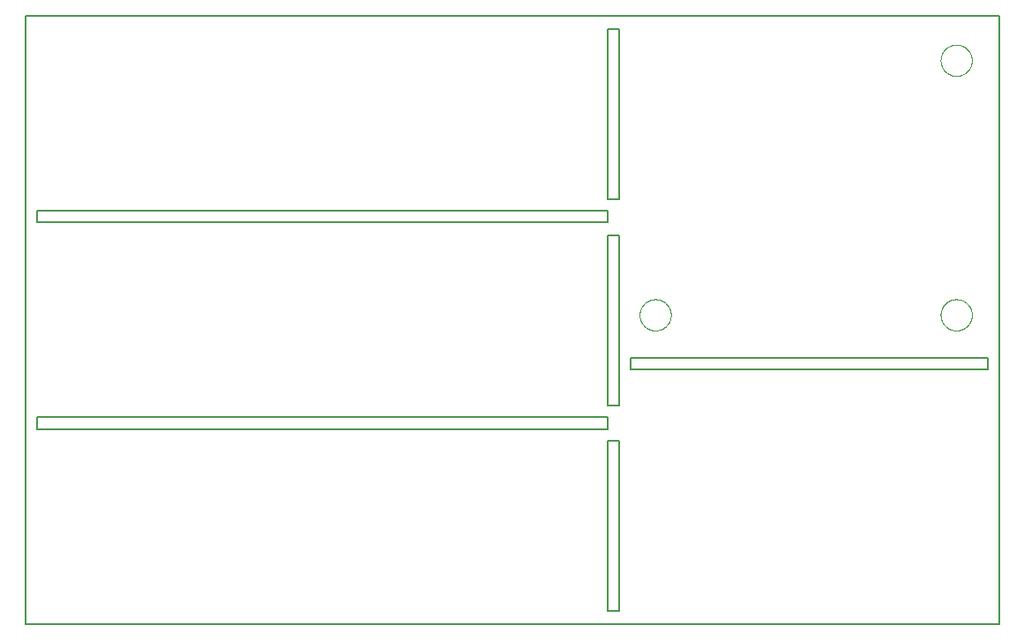
<source format=gko>
G04 EAGLE Gerber X2 export*
%TF.Part,Single*%
%TF.FileFunction,Other,Edge cut outline*%
%TF.FilePolarity,Positive*%
%TF.GenerationSoftware,Autodesk,EAGLE,8.6.0*%
%TF.CreationDate,2019-03-18T10:45:52Z*%
G75*
%MOMM*%
%FSLAX34Y34*%
%LPD*%
%AMOC8*
5,1,8,0,0,1.08239X$1,22.5*%
G01*
%ADD10C,0.152400*%
%ADD11C,0.000000*%


D10*
X0Y415925D02*
X934838Y415925D01*
X934838Y1000000D01*
X0Y1000000D01*
X0Y415925D01*
X11113Y812800D02*
X558800Y812800D01*
X558800Y801688D01*
X11113Y801688D01*
X11113Y812800D01*
X11113Y614363D02*
X11113Y603250D01*
X558800Y603250D01*
X558800Y614363D01*
X11113Y614363D01*
X558800Y987425D02*
X569913Y987425D01*
X569913Y823913D02*
X558800Y823913D01*
X558800Y987425D01*
X569913Y987425D02*
X569913Y823913D01*
X569913Y788988D02*
X558800Y788988D01*
X558800Y625475D02*
X569913Y625475D01*
X558800Y625475D02*
X558800Y788988D01*
X569913Y788988D02*
X569913Y625475D01*
X569913Y592138D02*
X558800Y592138D01*
X558800Y428625D02*
X569913Y428625D01*
X558800Y428625D02*
X558800Y592138D01*
X569913Y592138D02*
X569913Y428625D01*
X581025Y660400D02*
X581025Y671513D01*
X923925Y671513D01*
X923925Y660400D01*
X581025Y660400D01*
D11*
X878763Y712788D02*
X878768Y713156D01*
X878781Y713524D01*
X878804Y713891D01*
X878835Y714258D01*
X878876Y714624D01*
X878925Y714989D01*
X878984Y715352D01*
X879051Y715714D01*
X879127Y716075D01*
X879213Y716433D01*
X879306Y716789D01*
X879409Y717142D01*
X879520Y717493D01*
X879640Y717841D01*
X879768Y718186D01*
X879905Y718528D01*
X880050Y718867D01*
X880203Y719201D01*
X880365Y719532D01*
X880534Y719859D01*
X880712Y720181D01*
X880897Y720500D01*
X881090Y720813D01*
X881291Y721122D01*
X881499Y721425D01*
X881715Y721723D01*
X881938Y722016D01*
X882168Y722304D01*
X882405Y722586D01*
X882649Y722861D01*
X882899Y723131D01*
X883156Y723395D01*
X883420Y723652D01*
X883690Y723902D01*
X883965Y724146D01*
X884247Y724383D01*
X884535Y724613D01*
X884828Y724836D01*
X885126Y725052D01*
X885429Y725260D01*
X885738Y725461D01*
X886051Y725654D01*
X886370Y725839D01*
X886692Y726017D01*
X887019Y726186D01*
X887350Y726348D01*
X887684Y726501D01*
X888023Y726646D01*
X888365Y726783D01*
X888710Y726911D01*
X889058Y727031D01*
X889409Y727142D01*
X889762Y727245D01*
X890118Y727338D01*
X890476Y727424D01*
X890837Y727500D01*
X891199Y727567D01*
X891562Y727626D01*
X891927Y727675D01*
X892293Y727716D01*
X892660Y727747D01*
X893027Y727770D01*
X893395Y727783D01*
X893763Y727788D01*
X894131Y727783D01*
X894499Y727770D01*
X894866Y727747D01*
X895233Y727716D01*
X895599Y727675D01*
X895964Y727626D01*
X896327Y727567D01*
X896689Y727500D01*
X897050Y727424D01*
X897408Y727338D01*
X897764Y727245D01*
X898117Y727142D01*
X898468Y727031D01*
X898816Y726911D01*
X899161Y726783D01*
X899503Y726646D01*
X899842Y726501D01*
X900176Y726348D01*
X900507Y726186D01*
X900834Y726017D01*
X901156Y725839D01*
X901475Y725654D01*
X901788Y725461D01*
X902097Y725260D01*
X902400Y725052D01*
X902698Y724836D01*
X902991Y724613D01*
X903279Y724383D01*
X903561Y724146D01*
X903836Y723902D01*
X904106Y723652D01*
X904370Y723395D01*
X904627Y723131D01*
X904877Y722861D01*
X905121Y722586D01*
X905358Y722304D01*
X905588Y722016D01*
X905811Y721723D01*
X906027Y721425D01*
X906235Y721122D01*
X906436Y720813D01*
X906629Y720500D01*
X906814Y720181D01*
X906992Y719859D01*
X907161Y719532D01*
X907323Y719201D01*
X907476Y718867D01*
X907621Y718528D01*
X907758Y718186D01*
X907886Y717841D01*
X908006Y717493D01*
X908117Y717142D01*
X908220Y716789D01*
X908313Y716433D01*
X908399Y716075D01*
X908475Y715714D01*
X908542Y715352D01*
X908601Y714989D01*
X908650Y714624D01*
X908691Y714258D01*
X908722Y713891D01*
X908745Y713524D01*
X908758Y713156D01*
X908763Y712788D01*
X908758Y712420D01*
X908745Y712052D01*
X908722Y711685D01*
X908691Y711318D01*
X908650Y710952D01*
X908601Y710587D01*
X908542Y710224D01*
X908475Y709862D01*
X908399Y709501D01*
X908313Y709143D01*
X908220Y708787D01*
X908117Y708434D01*
X908006Y708083D01*
X907886Y707735D01*
X907758Y707390D01*
X907621Y707048D01*
X907476Y706709D01*
X907323Y706375D01*
X907161Y706044D01*
X906992Y705717D01*
X906814Y705395D01*
X906629Y705076D01*
X906436Y704763D01*
X906235Y704454D01*
X906027Y704151D01*
X905811Y703853D01*
X905588Y703560D01*
X905358Y703272D01*
X905121Y702990D01*
X904877Y702715D01*
X904627Y702445D01*
X904370Y702181D01*
X904106Y701924D01*
X903836Y701674D01*
X903561Y701430D01*
X903279Y701193D01*
X902991Y700963D01*
X902698Y700740D01*
X902400Y700524D01*
X902097Y700316D01*
X901788Y700115D01*
X901475Y699922D01*
X901156Y699737D01*
X900834Y699559D01*
X900507Y699390D01*
X900176Y699228D01*
X899842Y699075D01*
X899503Y698930D01*
X899161Y698793D01*
X898816Y698665D01*
X898468Y698545D01*
X898117Y698434D01*
X897764Y698331D01*
X897408Y698238D01*
X897050Y698152D01*
X896689Y698076D01*
X896327Y698009D01*
X895964Y697950D01*
X895599Y697901D01*
X895233Y697860D01*
X894866Y697829D01*
X894499Y697806D01*
X894131Y697793D01*
X893763Y697788D01*
X893395Y697793D01*
X893027Y697806D01*
X892660Y697829D01*
X892293Y697860D01*
X891927Y697901D01*
X891562Y697950D01*
X891199Y698009D01*
X890837Y698076D01*
X890476Y698152D01*
X890118Y698238D01*
X889762Y698331D01*
X889409Y698434D01*
X889058Y698545D01*
X888710Y698665D01*
X888365Y698793D01*
X888023Y698930D01*
X887684Y699075D01*
X887350Y699228D01*
X887019Y699390D01*
X886692Y699559D01*
X886370Y699737D01*
X886051Y699922D01*
X885738Y700115D01*
X885429Y700316D01*
X885126Y700524D01*
X884828Y700740D01*
X884535Y700963D01*
X884247Y701193D01*
X883965Y701430D01*
X883690Y701674D01*
X883420Y701924D01*
X883156Y702181D01*
X882899Y702445D01*
X882649Y702715D01*
X882405Y702990D01*
X882168Y703272D01*
X881938Y703560D01*
X881715Y703853D01*
X881499Y704151D01*
X881291Y704454D01*
X881090Y704763D01*
X880897Y705076D01*
X880712Y705395D01*
X880534Y705717D01*
X880365Y706044D01*
X880203Y706375D01*
X880050Y706709D01*
X879905Y707048D01*
X879768Y707390D01*
X879640Y707735D01*
X879520Y708083D01*
X879409Y708434D01*
X879306Y708787D01*
X879213Y709143D01*
X879127Y709501D01*
X879051Y709862D01*
X878984Y710224D01*
X878925Y710587D01*
X878876Y710952D01*
X878835Y711318D01*
X878804Y711685D01*
X878781Y712052D01*
X878768Y712420D01*
X878763Y712788D01*
X878763Y957263D02*
X878768Y957631D01*
X878781Y957999D01*
X878804Y958366D01*
X878835Y958733D01*
X878876Y959099D01*
X878925Y959464D01*
X878984Y959827D01*
X879051Y960189D01*
X879127Y960550D01*
X879213Y960908D01*
X879306Y961264D01*
X879409Y961617D01*
X879520Y961968D01*
X879640Y962316D01*
X879768Y962661D01*
X879905Y963003D01*
X880050Y963342D01*
X880203Y963676D01*
X880365Y964007D01*
X880534Y964334D01*
X880712Y964656D01*
X880897Y964975D01*
X881090Y965288D01*
X881291Y965597D01*
X881499Y965900D01*
X881715Y966198D01*
X881938Y966491D01*
X882168Y966779D01*
X882405Y967061D01*
X882649Y967336D01*
X882899Y967606D01*
X883156Y967870D01*
X883420Y968127D01*
X883690Y968377D01*
X883965Y968621D01*
X884247Y968858D01*
X884535Y969088D01*
X884828Y969311D01*
X885126Y969527D01*
X885429Y969735D01*
X885738Y969936D01*
X886051Y970129D01*
X886370Y970314D01*
X886692Y970492D01*
X887019Y970661D01*
X887350Y970823D01*
X887684Y970976D01*
X888023Y971121D01*
X888365Y971258D01*
X888710Y971386D01*
X889058Y971506D01*
X889409Y971617D01*
X889762Y971720D01*
X890118Y971813D01*
X890476Y971899D01*
X890837Y971975D01*
X891199Y972042D01*
X891562Y972101D01*
X891927Y972150D01*
X892293Y972191D01*
X892660Y972222D01*
X893027Y972245D01*
X893395Y972258D01*
X893763Y972263D01*
X894131Y972258D01*
X894499Y972245D01*
X894866Y972222D01*
X895233Y972191D01*
X895599Y972150D01*
X895964Y972101D01*
X896327Y972042D01*
X896689Y971975D01*
X897050Y971899D01*
X897408Y971813D01*
X897764Y971720D01*
X898117Y971617D01*
X898468Y971506D01*
X898816Y971386D01*
X899161Y971258D01*
X899503Y971121D01*
X899842Y970976D01*
X900176Y970823D01*
X900507Y970661D01*
X900834Y970492D01*
X901156Y970314D01*
X901475Y970129D01*
X901788Y969936D01*
X902097Y969735D01*
X902400Y969527D01*
X902698Y969311D01*
X902991Y969088D01*
X903279Y968858D01*
X903561Y968621D01*
X903836Y968377D01*
X904106Y968127D01*
X904370Y967870D01*
X904627Y967606D01*
X904877Y967336D01*
X905121Y967061D01*
X905358Y966779D01*
X905588Y966491D01*
X905811Y966198D01*
X906027Y965900D01*
X906235Y965597D01*
X906436Y965288D01*
X906629Y964975D01*
X906814Y964656D01*
X906992Y964334D01*
X907161Y964007D01*
X907323Y963676D01*
X907476Y963342D01*
X907621Y963003D01*
X907758Y962661D01*
X907886Y962316D01*
X908006Y961968D01*
X908117Y961617D01*
X908220Y961264D01*
X908313Y960908D01*
X908399Y960550D01*
X908475Y960189D01*
X908542Y959827D01*
X908601Y959464D01*
X908650Y959099D01*
X908691Y958733D01*
X908722Y958366D01*
X908745Y957999D01*
X908758Y957631D01*
X908763Y957263D01*
X908758Y956895D01*
X908745Y956527D01*
X908722Y956160D01*
X908691Y955793D01*
X908650Y955427D01*
X908601Y955062D01*
X908542Y954699D01*
X908475Y954337D01*
X908399Y953976D01*
X908313Y953618D01*
X908220Y953262D01*
X908117Y952909D01*
X908006Y952558D01*
X907886Y952210D01*
X907758Y951865D01*
X907621Y951523D01*
X907476Y951184D01*
X907323Y950850D01*
X907161Y950519D01*
X906992Y950192D01*
X906814Y949870D01*
X906629Y949551D01*
X906436Y949238D01*
X906235Y948929D01*
X906027Y948626D01*
X905811Y948328D01*
X905588Y948035D01*
X905358Y947747D01*
X905121Y947465D01*
X904877Y947190D01*
X904627Y946920D01*
X904370Y946656D01*
X904106Y946399D01*
X903836Y946149D01*
X903561Y945905D01*
X903279Y945668D01*
X902991Y945438D01*
X902698Y945215D01*
X902400Y944999D01*
X902097Y944791D01*
X901788Y944590D01*
X901475Y944397D01*
X901156Y944212D01*
X900834Y944034D01*
X900507Y943865D01*
X900176Y943703D01*
X899842Y943550D01*
X899503Y943405D01*
X899161Y943268D01*
X898816Y943140D01*
X898468Y943020D01*
X898117Y942909D01*
X897764Y942806D01*
X897408Y942713D01*
X897050Y942627D01*
X896689Y942551D01*
X896327Y942484D01*
X895964Y942425D01*
X895599Y942376D01*
X895233Y942335D01*
X894866Y942304D01*
X894499Y942281D01*
X894131Y942268D01*
X893763Y942263D01*
X893395Y942268D01*
X893027Y942281D01*
X892660Y942304D01*
X892293Y942335D01*
X891927Y942376D01*
X891562Y942425D01*
X891199Y942484D01*
X890837Y942551D01*
X890476Y942627D01*
X890118Y942713D01*
X889762Y942806D01*
X889409Y942909D01*
X889058Y943020D01*
X888710Y943140D01*
X888365Y943268D01*
X888023Y943405D01*
X887684Y943550D01*
X887350Y943703D01*
X887019Y943865D01*
X886692Y944034D01*
X886370Y944212D01*
X886051Y944397D01*
X885738Y944590D01*
X885429Y944791D01*
X885126Y944999D01*
X884828Y945215D01*
X884535Y945438D01*
X884247Y945668D01*
X883965Y945905D01*
X883690Y946149D01*
X883420Y946399D01*
X883156Y946656D01*
X882899Y946920D01*
X882649Y947190D01*
X882405Y947465D01*
X882168Y947747D01*
X881938Y948035D01*
X881715Y948328D01*
X881499Y948626D01*
X881291Y948929D01*
X881090Y949238D01*
X880897Y949551D01*
X880712Y949870D01*
X880534Y950192D01*
X880365Y950519D01*
X880203Y950850D01*
X880050Y951184D01*
X879905Y951523D01*
X879768Y951865D01*
X879640Y952210D01*
X879520Y952558D01*
X879409Y952909D01*
X879306Y953262D01*
X879213Y953618D01*
X879127Y953976D01*
X879051Y954337D01*
X878984Y954699D01*
X878925Y955062D01*
X878876Y955427D01*
X878835Y955793D01*
X878804Y956160D01*
X878781Y956527D01*
X878768Y956895D01*
X878763Y957263D01*
X589838Y712788D02*
X589843Y713156D01*
X589856Y713524D01*
X589879Y713891D01*
X589910Y714258D01*
X589951Y714624D01*
X590000Y714989D01*
X590059Y715352D01*
X590126Y715714D01*
X590202Y716075D01*
X590288Y716433D01*
X590381Y716789D01*
X590484Y717142D01*
X590595Y717493D01*
X590715Y717841D01*
X590843Y718186D01*
X590980Y718528D01*
X591125Y718867D01*
X591278Y719201D01*
X591440Y719532D01*
X591609Y719859D01*
X591787Y720181D01*
X591972Y720500D01*
X592165Y720813D01*
X592366Y721122D01*
X592574Y721425D01*
X592790Y721723D01*
X593013Y722016D01*
X593243Y722304D01*
X593480Y722586D01*
X593724Y722861D01*
X593974Y723131D01*
X594231Y723395D01*
X594495Y723652D01*
X594765Y723902D01*
X595040Y724146D01*
X595322Y724383D01*
X595610Y724613D01*
X595903Y724836D01*
X596201Y725052D01*
X596504Y725260D01*
X596813Y725461D01*
X597126Y725654D01*
X597445Y725839D01*
X597767Y726017D01*
X598094Y726186D01*
X598425Y726348D01*
X598759Y726501D01*
X599098Y726646D01*
X599440Y726783D01*
X599785Y726911D01*
X600133Y727031D01*
X600484Y727142D01*
X600837Y727245D01*
X601193Y727338D01*
X601551Y727424D01*
X601912Y727500D01*
X602274Y727567D01*
X602637Y727626D01*
X603002Y727675D01*
X603368Y727716D01*
X603735Y727747D01*
X604102Y727770D01*
X604470Y727783D01*
X604838Y727788D01*
X605206Y727783D01*
X605574Y727770D01*
X605941Y727747D01*
X606308Y727716D01*
X606674Y727675D01*
X607039Y727626D01*
X607402Y727567D01*
X607764Y727500D01*
X608125Y727424D01*
X608483Y727338D01*
X608839Y727245D01*
X609192Y727142D01*
X609543Y727031D01*
X609891Y726911D01*
X610236Y726783D01*
X610578Y726646D01*
X610917Y726501D01*
X611251Y726348D01*
X611582Y726186D01*
X611909Y726017D01*
X612231Y725839D01*
X612550Y725654D01*
X612863Y725461D01*
X613172Y725260D01*
X613475Y725052D01*
X613773Y724836D01*
X614066Y724613D01*
X614354Y724383D01*
X614636Y724146D01*
X614911Y723902D01*
X615181Y723652D01*
X615445Y723395D01*
X615702Y723131D01*
X615952Y722861D01*
X616196Y722586D01*
X616433Y722304D01*
X616663Y722016D01*
X616886Y721723D01*
X617102Y721425D01*
X617310Y721122D01*
X617511Y720813D01*
X617704Y720500D01*
X617889Y720181D01*
X618067Y719859D01*
X618236Y719532D01*
X618398Y719201D01*
X618551Y718867D01*
X618696Y718528D01*
X618833Y718186D01*
X618961Y717841D01*
X619081Y717493D01*
X619192Y717142D01*
X619295Y716789D01*
X619388Y716433D01*
X619474Y716075D01*
X619550Y715714D01*
X619617Y715352D01*
X619676Y714989D01*
X619725Y714624D01*
X619766Y714258D01*
X619797Y713891D01*
X619820Y713524D01*
X619833Y713156D01*
X619838Y712788D01*
X619833Y712420D01*
X619820Y712052D01*
X619797Y711685D01*
X619766Y711318D01*
X619725Y710952D01*
X619676Y710587D01*
X619617Y710224D01*
X619550Y709862D01*
X619474Y709501D01*
X619388Y709143D01*
X619295Y708787D01*
X619192Y708434D01*
X619081Y708083D01*
X618961Y707735D01*
X618833Y707390D01*
X618696Y707048D01*
X618551Y706709D01*
X618398Y706375D01*
X618236Y706044D01*
X618067Y705717D01*
X617889Y705395D01*
X617704Y705076D01*
X617511Y704763D01*
X617310Y704454D01*
X617102Y704151D01*
X616886Y703853D01*
X616663Y703560D01*
X616433Y703272D01*
X616196Y702990D01*
X615952Y702715D01*
X615702Y702445D01*
X615445Y702181D01*
X615181Y701924D01*
X614911Y701674D01*
X614636Y701430D01*
X614354Y701193D01*
X614066Y700963D01*
X613773Y700740D01*
X613475Y700524D01*
X613172Y700316D01*
X612863Y700115D01*
X612550Y699922D01*
X612231Y699737D01*
X611909Y699559D01*
X611582Y699390D01*
X611251Y699228D01*
X610917Y699075D01*
X610578Y698930D01*
X610236Y698793D01*
X609891Y698665D01*
X609543Y698545D01*
X609192Y698434D01*
X608839Y698331D01*
X608483Y698238D01*
X608125Y698152D01*
X607764Y698076D01*
X607402Y698009D01*
X607039Y697950D01*
X606674Y697901D01*
X606308Y697860D01*
X605941Y697829D01*
X605574Y697806D01*
X605206Y697793D01*
X604838Y697788D01*
X604470Y697793D01*
X604102Y697806D01*
X603735Y697829D01*
X603368Y697860D01*
X603002Y697901D01*
X602637Y697950D01*
X602274Y698009D01*
X601912Y698076D01*
X601551Y698152D01*
X601193Y698238D01*
X600837Y698331D01*
X600484Y698434D01*
X600133Y698545D01*
X599785Y698665D01*
X599440Y698793D01*
X599098Y698930D01*
X598759Y699075D01*
X598425Y699228D01*
X598094Y699390D01*
X597767Y699559D01*
X597445Y699737D01*
X597126Y699922D01*
X596813Y700115D01*
X596504Y700316D01*
X596201Y700524D01*
X595903Y700740D01*
X595610Y700963D01*
X595322Y701193D01*
X595040Y701430D01*
X594765Y701674D01*
X594495Y701924D01*
X594231Y702181D01*
X593974Y702445D01*
X593724Y702715D01*
X593480Y702990D01*
X593243Y703272D01*
X593013Y703560D01*
X592790Y703853D01*
X592574Y704151D01*
X592366Y704454D01*
X592165Y704763D01*
X591972Y705076D01*
X591787Y705395D01*
X591609Y705717D01*
X591440Y706044D01*
X591278Y706375D01*
X591125Y706709D01*
X590980Y707048D01*
X590843Y707390D01*
X590715Y707735D01*
X590595Y708083D01*
X590484Y708434D01*
X590381Y708787D01*
X590288Y709143D01*
X590202Y709501D01*
X590126Y709862D01*
X590059Y710224D01*
X590000Y710587D01*
X589951Y710952D01*
X589910Y711318D01*
X589879Y711685D01*
X589856Y712052D01*
X589843Y712420D01*
X589838Y712788D01*
M02*

</source>
